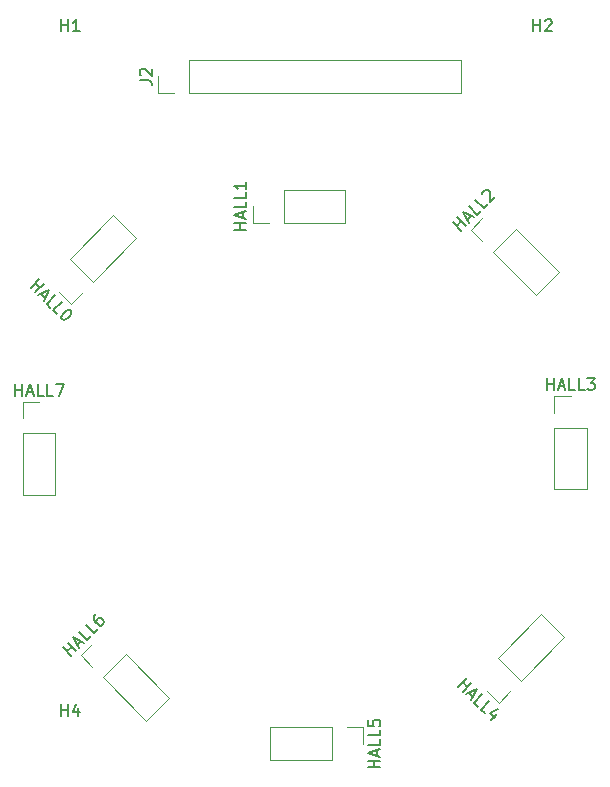
<source format=gbr>
%TF.GenerationSoftware,KiCad,Pcbnew,9.0.6*%
%TF.CreationDate,2026-01-15T18:02:00-06:00*%
%TF.ProjectId,shift,73686966-742e-46b6-9963-61645f706362,rev?*%
%TF.SameCoordinates,Original*%
%TF.FileFunction,Legend,Top*%
%TF.FilePolarity,Positive*%
%FSLAX46Y46*%
G04 Gerber Fmt 4.6, Leading zero omitted, Abs format (unit mm)*
G04 Created by KiCad (PCBNEW 9.0.6) date 2026-01-15 18:02:00*
%MOMM*%
%LPD*%
G01*
G04 APERTURE LIST*
%ADD10C,0.150000*%
%ADD11C,0.120000*%
G04 APERTURE END LIST*
D10*
X39858120Y-96174851D02*
X39858120Y-95174851D01*
X39858120Y-95651041D02*
X40429548Y-95651041D01*
X40429548Y-96174851D02*
X40429548Y-95174851D01*
X41334310Y-95508184D02*
X41334310Y-96174851D01*
X41096215Y-95127232D02*
X40858120Y-95841517D01*
X40858120Y-95841517D02*
X41477167Y-95841517D01*
X79858120Y-38174851D02*
X79858120Y-37174851D01*
X79858120Y-37651041D02*
X80429548Y-37651041D01*
X80429548Y-38174851D02*
X80429548Y-37174851D01*
X80858120Y-37270089D02*
X80905739Y-37222470D01*
X80905739Y-37222470D02*
X81000977Y-37174851D01*
X81000977Y-37174851D02*
X81239072Y-37174851D01*
X81239072Y-37174851D02*
X81334310Y-37222470D01*
X81334310Y-37222470D02*
X81381929Y-37270089D01*
X81381929Y-37270089D02*
X81429548Y-37365327D01*
X81429548Y-37365327D02*
X81429548Y-37460565D01*
X81429548Y-37460565D02*
X81381929Y-37603422D01*
X81381929Y-37603422D02*
X80810501Y-38174851D01*
X80810501Y-38174851D02*
X81429548Y-38174851D01*
X39858120Y-38174851D02*
X39858120Y-37174851D01*
X39858120Y-37651041D02*
X40429548Y-37651041D01*
X40429548Y-38174851D02*
X40429548Y-37174851D01*
X41429548Y-38174851D02*
X40858120Y-38174851D01*
X41143834Y-38174851D02*
X41143834Y-37174851D01*
X41143834Y-37174851D02*
X41048596Y-37317708D01*
X41048596Y-37317708D02*
X40953358Y-37412946D01*
X40953358Y-37412946D02*
X40858120Y-37460565D01*
X46534819Y-42333333D02*
X47249104Y-42333333D01*
X47249104Y-42333333D02*
X47391961Y-42380952D01*
X47391961Y-42380952D02*
X47487200Y-42476190D01*
X47487200Y-42476190D02*
X47534819Y-42619047D01*
X47534819Y-42619047D02*
X47534819Y-42714285D01*
X46630057Y-41904761D02*
X46582438Y-41857142D01*
X46582438Y-41857142D02*
X46534819Y-41761904D01*
X46534819Y-41761904D02*
X46534819Y-41523809D01*
X46534819Y-41523809D02*
X46582438Y-41428571D01*
X46582438Y-41428571D02*
X46630057Y-41380952D01*
X46630057Y-41380952D02*
X46725295Y-41333333D01*
X46725295Y-41333333D02*
X46820533Y-41333333D01*
X46820533Y-41333333D02*
X46963390Y-41380952D01*
X46963390Y-41380952D02*
X47534819Y-41952380D01*
X47534819Y-41952380D02*
X47534819Y-41333333D01*
X37285215Y-59886357D02*
X37992322Y-59179250D01*
X37655605Y-59515967D02*
X38059666Y-59920028D01*
X37689276Y-60290418D02*
X38396383Y-59583311D01*
X38194353Y-60391433D02*
X38531070Y-60728150D01*
X37924979Y-60526120D02*
X38867788Y-60054715D01*
X38867788Y-60054715D02*
X38396383Y-60997525D01*
X38968803Y-61569944D02*
X38632086Y-61233227D01*
X38632086Y-61233227D02*
X39339192Y-60526120D01*
X39541223Y-62142364D02*
X39204506Y-61805647D01*
X39204506Y-61805647D02*
X39911612Y-61098540D01*
X40618719Y-61805647D02*
X40686063Y-61872990D01*
X40686063Y-61872990D02*
X40719734Y-61974006D01*
X40719734Y-61974006D02*
X40719734Y-62041349D01*
X40719734Y-62041349D02*
X40686063Y-62142364D01*
X40686063Y-62142364D02*
X40585047Y-62310723D01*
X40585047Y-62310723D02*
X40416689Y-62479082D01*
X40416689Y-62479082D02*
X40248330Y-62580097D01*
X40248330Y-62580097D02*
X40147315Y-62613769D01*
X40147315Y-62613769D02*
X40079971Y-62613769D01*
X40079971Y-62613769D02*
X39978956Y-62580097D01*
X39978956Y-62580097D02*
X39911612Y-62512754D01*
X39911612Y-62512754D02*
X39877941Y-62411738D01*
X39877941Y-62411738D02*
X39877941Y-62344395D01*
X39877941Y-62344395D02*
X39911612Y-62243380D01*
X39911612Y-62243380D02*
X40012628Y-62075021D01*
X40012628Y-62075021D02*
X40180986Y-61906662D01*
X40180986Y-61906662D02*
X40349345Y-61805647D01*
X40349345Y-61805647D02*
X40450360Y-61771975D01*
X40450360Y-61771975D02*
X40517704Y-61771975D01*
X40517704Y-61771975D02*
X40618719Y-61805647D01*
X36000000Y-69034819D02*
X36000000Y-68034819D01*
X36000000Y-68511009D02*
X36571428Y-68511009D01*
X36571428Y-69034819D02*
X36571428Y-68034819D01*
X37000000Y-68749104D02*
X37476190Y-68749104D01*
X36904762Y-69034819D02*
X37238095Y-68034819D01*
X37238095Y-68034819D02*
X37571428Y-69034819D01*
X38380952Y-69034819D02*
X37904762Y-69034819D01*
X37904762Y-69034819D02*
X37904762Y-68034819D01*
X39190476Y-69034819D02*
X38714286Y-69034819D01*
X38714286Y-69034819D02*
X38714286Y-68034819D01*
X39428572Y-68034819D02*
X40095238Y-68034819D01*
X40095238Y-68034819D02*
X39666667Y-69034819D01*
X66874819Y-100499999D02*
X65874819Y-100499999D01*
X66351009Y-100499999D02*
X66351009Y-99928571D01*
X66874819Y-99928571D02*
X65874819Y-99928571D01*
X66589104Y-99499999D02*
X66589104Y-99023809D01*
X66874819Y-99595237D02*
X65874819Y-99261904D01*
X65874819Y-99261904D02*
X66874819Y-98928571D01*
X66874819Y-98119047D02*
X66874819Y-98595237D01*
X66874819Y-98595237D02*
X65874819Y-98595237D01*
X66874819Y-97309523D02*
X66874819Y-97785713D01*
X66874819Y-97785713D02*
X65874819Y-97785713D01*
X65874819Y-96499999D02*
X65874819Y-96976189D01*
X65874819Y-96976189D02*
X66351009Y-97023808D01*
X66351009Y-97023808D02*
X66303390Y-96976189D01*
X66303390Y-96976189D02*
X66255771Y-96880951D01*
X66255771Y-96880951D02*
X66255771Y-96642856D01*
X66255771Y-96642856D02*
X66303390Y-96547618D01*
X66303390Y-96547618D02*
X66351009Y-96499999D01*
X66351009Y-96499999D02*
X66446247Y-96452380D01*
X66446247Y-96452380D02*
X66684342Y-96452380D01*
X66684342Y-96452380D02*
X66779580Y-96499999D01*
X66779580Y-96499999D02*
X66827200Y-96547618D01*
X66827200Y-96547618D02*
X66874819Y-96642856D01*
X66874819Y-96642856D02*
X66874819Y-96880951D01*
X66874819Y-96880951D02*
X66827200Y-96976189D01*
X66827200Y-96976189D02*
X66779580Y-97023808D01*
X73489164Y-93682408D02*
X74196271Y-92975301D01*
X73859554Y-93312018D02*
X74263615Y-93716079D01*
X73893225Y-94086469D02*
X74600332Y-93379362D01*
X74398302Y-94187484D02*
X74735019Y-94524201D01*
X74128928Y-94322171D02*
X75071737Y-93850766D01*
X75071737Y-93850766D02*
X74600332Y-94793576D01*
X75172752Y-95365995D02*
X74836035Y-95029278D01*
X74836035Y-95029278D02*
X75543141Y-94322171D01*
X75745172Y-95938415D02*
X75408455Y-95601698D01*
X75408455Y-95601698D02*
X76115561Y-94894591D01*
X76755325Y-96005759D02*
X76283920Y-96477163D01*
X76856340Y-95568026D02*
X76182905Y-95904744D01*
X76182905Y-95904744D02*
X76620638Y-96342476D01*
X73724478Y-55052905D02*
X73017371Y-54345798D01*
X73354088Y-54682515D02*
X73758149Y-54278454D01*
X74128539Y-54648844D02*
X73421432Y-53941737D01*
X74229554Y-54143767D02*
X74566271Y-53807050D01*
X74364241Y-54413141D02*
X73892836Y-53470332D01*
X73892836Y-53470332D02*
X74835646Y-53941737D01*
X75408065Y-53369317D02*
X75071348Y-53706034D01*
X75071348Y-53706034D02*
X74364241Y-52998928D01*
X75980485Y-52796897D02*
X75643768Y-53133614D01*
X75643768Y-53133614D02*
X74936661Y-52426508D01*
X75542753Y-51955103D02*
X75542753Y-51887760D01*
X75542753Y-51887760D02*
X75576424Y-51786744D01*
X75576424Y-51786744D02*
X75744783Y-51618386D01*
X75744783Y-51618386D02*
X75845798Y-51584714D01*
X75845798Y-51584714D02*
X75913142Y-51584714D01*
X75913142Y-51584714D02*
X76014157Y-51618386D01*
X76014157Y-51618386D02*
X76081501Y-51685729D01*
X76081501Y-51685729D02*
X76148844Y-51820416D01*
X76148844Y-51820416D02*
X76148844Y-52628538D01*
X76148844Y-52628538D02*
X76586577Y-52190805D01*
X40724478Y-91052905D02*
X40017371Y-90345798D01*
X40354088Y-90682515D02*
X40758149Y-90278454D01*
X41128539Y-90648844D02*
X40421432Y-89941737D01*
X41229554Y-90143767D02*
X41566271Y-89807050D01*
X41364241Y-90413141D02*
X40892836Y-89470332D01*
X40892836Y-89470332D02*
X41835646Y-89941737D01*
X42408065Y-89369317D02*
X42071348Y-89706034D01*
X42071348Y-89706034D02*
X41364241Y-88998928D01*
X42980485Y-88796897D02*
X42643768Y-89133614D01*
X42643768Y-89133614D02*
X41936661Y-88426508D01*
X42812127Y-87551042D02*
X42677440Y-87685729D01*
X42677440Y-87685729D02*
X42643768Y-87786744D01*
X42643768Y-87786744D02*
X42643768Y-87854088D01*
X42643768Y-87854088D02*
X42677440Y-88022447D01*
X42677440Y-88022447D02*
X42778455Y-88190805D01*
X42778455Y-88190805D02*
X43047829Y-88460179D01*
X43047829Y-88460179D02*
X43148844Y-88493851D01*
X43148844Y-88493851D02*
X43216188Y-88493851D01*
X43216188Y-88493851D02*
X43317203Y-88460179D01*
X43317203Y-88460179D02*
X43451890Y-88325492D01*
X43451890Y-88325492D02*
X43485562Y-88224477D01*
X43485562Y-88224477D02*
X43485562Y-88157134D01*
X43485562Y-88157134D02*
X43451890Y-88056118D01*
X43451890Y-88056118D02*
X43283531Y-87887760D01*
X43283531Y-87887760D02*
X43182516Y-87854088D01*
X43182516Y-87854088D02*
X43115172Y-87854088D01*
X43115172Y-87854088D02*
X43014157Y-87887760D01*
X43014157Y-87887760D02*
X42879470Y-88022447D01*
X42879470Y-88022447D02*
X42845798Y-88123462D01*
X42845798Y-88123462D02*
X42845798Y-88190805D01*
X42845798Y-88190805D02*
X42879470Y-88291821D01*
X81000000Y-68534819D02*
X81000000Y-67534819D01*
X81000000Y-68011009D02*
X81571428Y-68011009D01*
X81571428Y-68534819D02*
X81571428Y-67534819D01*
X82000000Y-68249104D02*
X82476190Y-68249104D01*
X81904762Y-68534819D02*
X82238095Y-67534819D01*
X82238095Y-67534819D02*
X82571428Y-68534819D01*
X83380952Y-68534819D02*
X82904762Y-68534819D01*
X82904762Y-68534819D02*
X82904762Y-67534819D01*
X84190476Y-68534819D02*
X83714286Y-68534819D01*
X83714286Y-68534819D02*
X83714286Y-67534819D01*
X84428572Y-67534819D02*
X85047619Y-67534819D01*
X85047619Y-67534819D02*
X84714286Y-67915771D01*
X84714286Y-67915771D02*
X84857143Y-67915771D01*
X84857143Y-67915771D02*
X84952381Y-67963390D01*
X84952381Y-67963390D02*
X85000000Y-68011009D01*
X85000000Y-68011009D02*
X85047619Y-68106247D01*
X85047619Y-68106247D02*
X85047619Y-68344342D01*
X85047619Y-68344342D02*
X85000000Y-68439580D01*
X85000000Y-68439580D02*
X84952381Y-68487200D01*
X84952381Y-68487200D02*
X84857143Y-68534819D01*
X84857143Y-68534819D02*
X84571429Y-68534819D01*
X84571429Y-68534819D02*
X84476191Y-68487200D01*
X84476191Y-68487200D02*
X84428572Y-68439580D01*
X55534819Y-54999999D02*
X54534819Y-54999999D01*
X55011009Y-54999999D02*
X55011009Y-54428571D01*
X55534819Y-54428571D02*
X54534819Y-54428571D01*
X55249104Y-53999999D02*
X55249104Y-53523809D01*
X55534819Y-54095237D02*
X54534819Y-53761904D01*
X54534819Y-53761904D02*
X55534819Y-53428571D01*
X55534819Y-52619047D02*
X55534819Y-53095237D01*
X55534819Y-53095237D02*
X54534819Y-53095237D01*
X55534819Y-51809523D02*
X55534819Y-52285713D01*
X55534819Y-52285713D02*
X54534819Y-52285713D01*
X55534819Y-50952380D02*
X55534819Y-51523808D01*
X55534819Y-51238094D02*
X54534819Y-51238094D01*
X54534819Y-51238094D02*
X54677676Y-51333332D01*
X54677676Y-51333332D02*
X54772914Y-51428570D01*
X54772914Y-51428570D02*
X54820533Y-51523808D01*
D11*
%TO.C,J2*%
X48080000Y-43380000D02*
X48080000Y-42000000D01*
X49460000Y-43380000D02*
X48080000Y-43380000D01*
X50730000Y-40620000D02*
X73700000Y-40620000D01*
X50730000Y-43380000D02*
X50730000Y-40620000D01*
X50730000Y-43380000D02*
X73700000Y-43380000D01*
X73700000Y-43380000D02*
X73700000Y-40620000D01*
%TO.C,HALL0*%
X40626167Y-57422218D02*
X44296051Y-53752334D01*
X40703949Y-61247666D02*
X39728142Y-60271858D01*
X41679756Y-60271858D02*
X40703949Y-61247666D01*
X42577782Y-59373833D02*
X40626167Y-57422218D01*
X42577782Y-59373833D02*
X46247666Y-55703949D01*
X46247666Y-55703949D02*
X44296051Y-53752334D01*
%TO.C,HALL7*%
X36620000Y-69580000D02*
X38000000Y-69580000D01*
X36620000Y-70960000D02*
X36620000Y-69580000D01*
X36620000Y-72230000D02*
X36620000Y-77420000D01*
X36620000Y-72230000D02*
X39380000Y-72230000D01*
X36620000Y-77420000D02*
X39380000Y-77420000D01*
X39380000Y-72230000D02*
X39380000Y-77420000D01*
%TO.C,HALL5*%
X57580000Y-97120000D02*
X57580000Y-99880000D01*
X62770000Y-97120000D02*
X57580000Y-97120000D01*
X62770000Y-97120000D02*
X62770000Y-99880000D01*
X62770000Y-99880000D02*
X57580000Y-99880000D01*
X64040000Y-97120000D02*
X65420000Y-97120000D01*
X65420000Y-97120000D02*
X65420000Y-98500000D01*
%TO.C,HALL4*%
X76830116Y-91218269D02*
X80500000Y-87548385D01*
X76907898Y-95043717D02*
X75932091Y-94067909D01*
X77883705Y-94067909D02*
X76907898Y-95043717D01*
X78781731Y-93169884D02*
X76830116Y-91218269D01*
X78781731Y-93169884D02*
X82451615Y-89500000D01*
X82451615Y-89500000D02*
X80500000Y-87548385D01*
%TO.C,HALL2*%
X74548385Y-55000000D02*
X75524193Y-54024193D01*
X75524193Y-55975807D02*
X74548385Y-55000000D01*
X76422218Y-56873833D02*
X78373833Y-54922218D01*
X76422218Y-56873833D02*
X80092102Y-60543717D01*
X78373833Y-54922218D02*
X82043717Y-58592102D01*
X80092102Y-60543717D02*
X82043717Y-58592102D01*
%TO.C,HALL6*%
X41548385Y-91000000D02*
X42524193Y-90024193D01*
X42524193Y-91975807D02*
X41548385Y-91000000D01*
X43422218Y-92873833D02*
X45373833Y-90922218D01*
X43422218Y-92873833D02*
X47092102Y-96543717D01*
X45373833Y-90922218D02*
X49043717Y-94592102D01*
X47092102Y-96543717D02*
X49043717Y-94592102D01*
%TO.C,HALL3*%
X81620000Y-69080000D02*
X83000000Y-69080000D01*
X81620000Y-70460000D02*
X81620000Y-69080000D01*
X81620000Y-71730000D02*
X81620000Y-76920000D01*
X81620000Y-71730000D02*
X84380000Y-71730000D01*
X81620000Y-76920000D02*
X84380000Y-76920000D01*
X84380000Y-71730000D02*
X84380000Y-76920000D01*
%TO.C,HALL1*%
X56080000Y-54380000D02*
X56080000Y-53000000D01*
X57460000Y-54380000D02*
X56080000Y-54380000D01*
X58730000Y-51620000D02*
X63920000Y-51620000D01*
X58730000Y-54380000D02*
X58730000Y-51620000D01*
X58730000Y-54380000D02*
X63920000Y-54380000D01*
X63920000Y-54380000D02*
X63920000Y-51620000D01*
%TD*%
M02*

</source>
